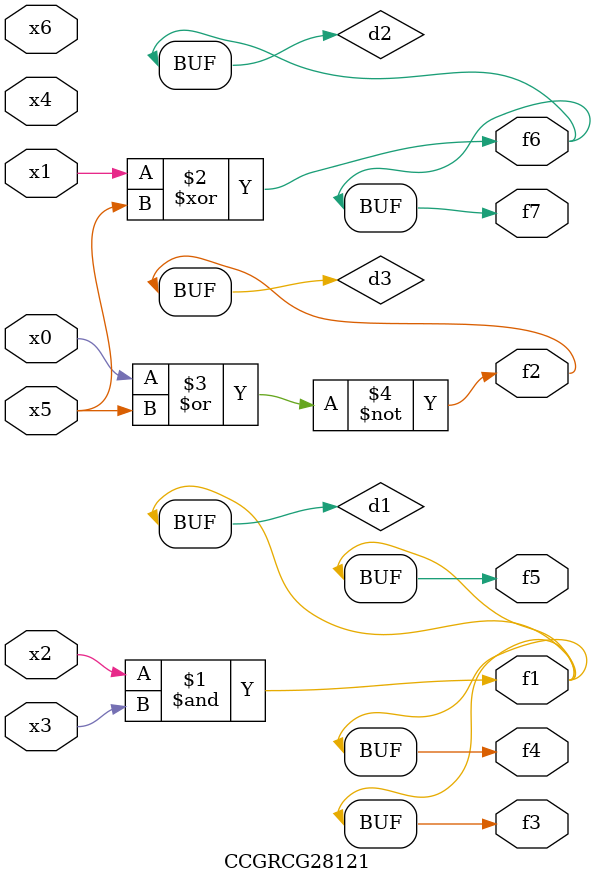
<source format=v>
module CCGRCG28121(
	input x0, x1, x2, x3, x4, x5, x6,
	output f1, f2, f3, f4, f5, f6, f7
);

	wire d1, d2, d3;

	and (d1, x2, x3);
	xor (d2, x1, x5);
	nor (d3, x0, x5);
	assign f1 = d1;
	assign f2 = d3;
	assign f3 = d1;
	assign f4 = d1;
	assign f5 = d1;
	assign f6 = d2;
	assign f7 = d2;
endmodule

</source>
